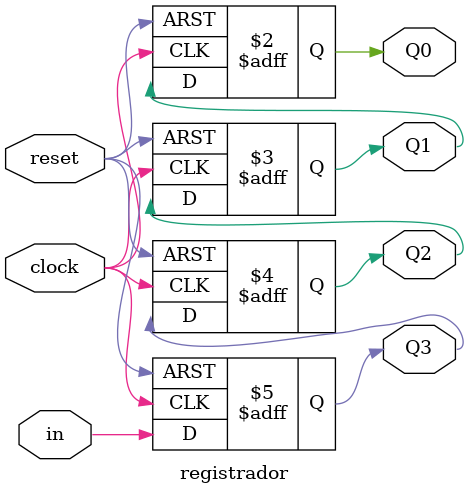
<source format=v>
module registrador(Q0,Q1,Q2,Q3,in,clock, reset); //entradas e saidas do circuito
input in, reset, clock; //as entradas são uma variavel de deslocamento, um reset pra começar e um clock para permitir o deslocamento
output reg Q0,Q1,Q2,Q3; //as saidas são sinais internos que serão deslocados na fbga

//usando o ambiente always em borda de subida do clock e do reset
always @(posedge clock or posedge reset)
	begin
		if(reset) //quando reset está habilitado
		begin	//todas as saidas estão em zero
			Q3 <= 1'b0;
			Q2 <= 1'b0;
			Q1 <= 1'b0;
			Q0 <= 1'b0;
		end
			else	//se não estiver habilitado
			begin   //começa a deslocar um bit de cada vez toda vez que in for habilitada
			Q3 <= in;
			Q2 <= Q3;
			Q1 <= Q2;
			Q0 <= Q1;
			end
	end
	
endmodule
//____

</source>
